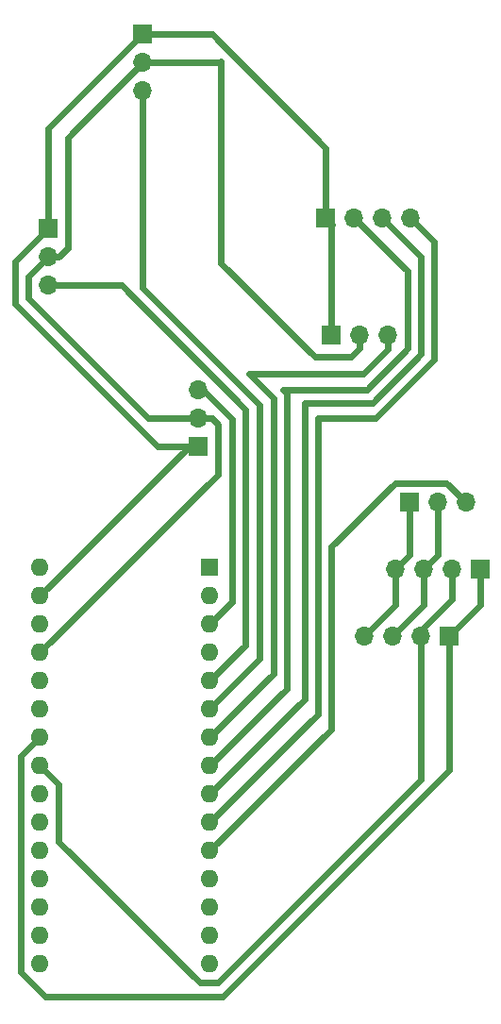
<source format=gbr>
%TF.GenerationSoftware,KiCad,Pcbnew,8.0.3*%
%TF.CreationDate,2025-02-21T17:53:16+03:00*%
%TF.ProjectId,scheme,73636865-6d65-42e6-9b69-6361645f7063,rev?*%
%TF.SameCoordinates,Original*%
%TF.FileFunction,Copper,L1,Top*%
%TF.FilePolarity,Positive*%
%FSLAX46Y46*%
G04 Gerber Fmt 4.6, Leading zero omitted, Abs format (unit mm)*
G04 Created by KiCad (PCBNEW 8.0.3) date 2025-02-21 17:53:16*
%MOMM*%
%LPD*%
G01*
G04 APERTURE LIST*
%TA.AperFunction,ComponentPad*%
%ADD10O,1.700000X1.700000*%
%TD*%
%TA.AperFunction,ComponentPad*%
%ADD11R,1.700000X1.700000*%
%TD*%
%TA.AperFunction,ComponentPad*%
%ADD12R,1.600000X1.600000*%
%TD*%
%TA.AperFunction,ComponentPad*%
%ADD13O,1.600000X1.600000*%
%TD*%
%TA.AperFunction,Conductor*%
%ADD14C,0.600000*%
%TD*%
%TA.AperFunction,Conductor*%
%ADD15C,0.200000*%
%TD*%
G04 APERTURE END LIST*
D10*
%TO.P,REF\u002A\u002A,GND*%
%TO.N,GND*%
X82380000Y-81000000D03*
%TO.P,REF\u002A\u002A,VCC*%
%TO.N,5V*%
X84920000Y-81000000D03*
%TO.P,REF\u002A\u002A,SDA*%
%TO.N,A4_SDA*%
X87460000Y-81000000D03*
D11*
%TO.P,REF\u002A\u002A,SCL*%
%TO.N,A5_SCL*%
X90000000Y-81000000D03*
%TD*%
%TO.P,REF\u002A\u002A,GND*%
%TO.N,GND*%
X78920000Y-43475000D03*
D10*
%TO.P,REF\u002A\u002A,R*%
%TO.N,R*%
X81460000Y-43475000D03*
%TO.P,REF\u002A\u002A,G*%
%TO.N,G*%
X84000000Y-43475000D03*
%TO.P,REF\u002A\u002A,B*%
%TO.N,B*%
X86540000Y-43475000D03*
%TD*%
D11*
%TO.P,REF\u002A\u002A,GND*%
%TO.N,GND*%
X79435000Y-53975000D03*
D10*
%TO.P,REF\u002A\u002A,VCC*%
%TO.N,5V*%
X81975000Y-53975000D03*
%TO.P,REF\u002A\u002A,S*%
%TO.N,Hum*%
X84515000Y-53975000D03*
%TD*%
%TO.P,REF\u002A\u002A,S*%
%TO.N,Noise*%
X91500000Y-69000000D03*
%TO.P,REF\u002A\u002A,VCC*%
%TO.N,5V*%
X88960000Y-69000000D03*
D11*
%TO.P,REF\u002A\u002A,GND*%
%TO.N,GND*%
X86420000Y-69000000D03*
%TD*%
D10*
%TO.P,REF\u002A\u002A,S*%
%TO.N,MOSFET*%
X62500000Y-32055000D03*
%TO.P,REF\u002A\u002A,VCC*%
%TO.N,5V*%
X62500000Y-29515000D03*
D11*
%TO.P,REF\u002A\u002A,GND*%
%TO.N,GND*%
X62500000Y-26975000D03*
%TD*%
%TO.P,REF\u002A\u002A,GND*%
%TO.N,GND*%
X67500000Y-64000000D03*
D10*
%TO.P,REF\u002A\u002A,VCC*%
%TO.N,5V*%
X67500000Y-61460000D03*
%TO.P,REF\u002A\u002A,S*%
%TO.N,RESET*%
X67500000Y-58920000D03*
%TD*%
D11*
%TO.P,REF\u002A\u002A,GND*%
%TO.N,GND*%
X54000000Y-44450000D03*
D10*
%TO.P,REF\u002A\u002A,VCC*%
%TO.N,5V*%
X54000000Y-46990000D03*
%TO.P,REF\u002A\u002A,S*%
%TO.N,BUTTON*%
X54000000Y-49530000D03*
%TD*%
D12*
%TO.P,REF\u002A\u002A,1*%
%TO.N,N/C*%
X68500000Y-74855000D03*
D13*
%TO.P,REF\u002A\u002A,2*%
X68500000Y-77395000D03*
%TO.P,REF\u002A\u002A,5V*%
%TO.N,5V*%
X53260000Y-82475000D03*
%TO.P,REF\u002A\u002A,15*%
%TO.N,N/C*%
X68500000Y-110415000D03*
%TO.P,REF\u002A\u002A,16*%
X53260000Y-110415000D03*
%TO.P,REF\u002A\u002A,17*%
X53260000Y-107875000D03*
%TO.P,REF\u002A\u002A,18*%
X53260000Y-105335000D03*
%TO.P,REF\u002A\u002A,A0*%
X53260000Y-102795000D03*
%TO.P,REF\u002A\u002A,A1*%
X53260000Y-100255000D03*
%TO.P,REF\u002A\u002A,A2*%
X53260000Y-97715000D03*
%TO.P,REF\u002A\u002A,A3*%
X53260000Y-95175000D03*
%TO.P,REF\u002A\u002A,A4*%
%TO.N,A4_SDA*%
X53260000Y-92635000D03*
%TO.P,REF\u002A\u002A,A5*%
%TO.N,A5_SCL*%
X53260000Y-90095000D03*
%TO.P,REF\u002A\u002A,A6*%
%TO.N,N/C*%
X53260000Y-87555000D03*
%TO.P,REF\u002A\u002A,A7*%
X53260000Y-85015000D03*
%TO.P,REF\u002A\u002A,D2*%
%TO.N,BUTTON*%
X68500000Y-85015000D03*
%TO.P,REF\u002A\u002A,D3*%
%TO.N,MOSFET*%
X68500000Y-87555000D03*
%TO.P,REF\u002A\u002A,D4*%
%TO.N,Hum*%
X68500000Y-90095000D03*
%TO.P,REF\u002A\u002A,D5*%
%TO.N,R*%
X68500000Y-92635000D03*
%TO.P,REF\u002A\u002A,D6*%
%TO.N,G*%
X68500000Y-95175000D03*
%TO.P,REF\u002A\u002A,D7*%
%TO.N,B*%
X68500000Y-97715000D03*
%TO.P,REF\u002A\u002A,D8*%
%TO.N,Noise*%
X68500000Y-100255000D03*
%TO.P,REF\u002A\u002A,D9*%
%TO.N,D9_Noise*%
X68500000Y-102795000D03*
%TO.P,REF\u002A\u002A,D10*%
%TO.N,N/C*%
X68500000Y-105335000D03*
%TO.P,REF\u002A\u002A,D11*%
X68500000Y-107875000D03*
%TO.P,REF\u002A\u002A,GND*%
%TO.N,GND*%
X68500000Y-82475000D03*
X53260000Y-77395000D03*
%TO.P,REF\u002A\u002A,RST*%
%TO.N,RESET*%
X68500000Y-79935000D03*
%TO.N,N/C*%
X53260000Y-79935000D03*
%TO.P,REF\u002A\u002A,VIN*%
%TO.N,ARDUINO_VIN*%
X53260000Y-74855000D03*
%TD*%
D10*
%TO.P,REF\u002A\u002A,GND*%
%TO.N,GND*%
X85140000Y-75000000D03*
%TO.P,REF\u002A\u002A,VCC*%
%TO.N,5V*%
X87680000Y-75000000D03*
%TO.P,REF\u002A\u002A,SDA*%
%TO.N,A4_SDA*%
X90220000Y-75000000D03*
D11*
%TO.P,REF\u002A\u002A,SCL*%
%TO.N,A5_SCL*%
X92760000Y-75000000D03*
%TD*%
D14*
%TO.N,Noise*%
X79400000Y-73000000D02*
X79400000Y-89355000D01*
X79400000Y-89355000D02*
X68500000Y-100255000D01*
X85150000Y-67250000D02*
X79400000Y-73000000D01*
X91500000Y-69000000D02*
X89750000Y-67250000D01*
X89750000Y-67250000D02*
X85150000Y-67250000D01*
%TO.N,A5_SCL*%
X51560000Y-91795000D02*
X53260000Y-90095000D01*
X69701220Y-113315000D02*
X53755836Y-113315000D01*
X53755836Y-113315000D02*
X51560000Y-111119164D01*
X51560000Y-111119164D02*
X51560000Y-91795000D01*
X90000000Y-93016220D02*
X69701220Y-113315000D01*
X90000000Y-81000000D02*
X90000000Y-93016220D01*
%TO.N,A4_SDA*%
X54960000Y-94335000D02*
X53260000Y-92635000D01*
X67640000Y-112115000D02*
X54960000Y-99435000D01*
X69204164Y-112115000D02*
X67640000Y-112115000D01*
X87460000Y-93859164D02*
X69204164Y-112115000D01*
X87460000Y-81000000D02*
X87460000Y-93859164D01*
X54960000Y-99435000D02*
X54960000Y-94335000D01*
%TO.N,A5_SCL*%
X92760000Y-78240000D02*
X90000000Y-81000000D01*
X92760000Y-75000000D02*
X92760000Y-78240000D01*
%TO.N,A4_SDA*%
X87460000Y-80480000D02*
X87460000Y-81000000D01*
X90220000Y-77720000D02*
X87460000Y-80480000D01*
X90220000Y-75000000D02*
X90220000Y-77720000D01*
%TO.N,5V*%
X87680000Y-78240000D02*
X84920000Y-81000000D01*
X87680000Y-75000000D02*
X87680000Y-78240000D01*
X88960000Y-73720000D02*
X87680000Y-75000000D01*
X88960000Y-69000000D02*
X88960000Y-73720000D01*
%TO.N,GND*%
X85140000Y-78240000D02*
X82380000Y-81000000D01*
X85140000Y-75000000D02*
X85140000Y-78240000D01*
X86420000Y-73720000D02*
X85140000Y-75000000D01*
X86420000Y-69000000D02*
X86420000Y-73720000D01*
X79435000Y-43990000D02*
X79435000Y-53975000D01*
X78920000Y-43475000D02*
X79435000Y-43990000D01*
X79500000Y-53910000D02*
X79435000Y-53975000D01*
X78920000Y-43475000D02*
X79500000Y-44055000D01*
%TO.N,B*%
X78200000Y-88015000D02*
X68500000Y-97715000D01*
X83394112Y-61475000D02*
X78200000Y-61475000D01*
X78200000Y-61475000D02*
X78200000Y-88015000D01*
X88665000Y-56204112D02*
X83394112Y-61475000D01*
X88665000Y-45600000D02*
X88665000Y-56204112D01*
X86540000Y-43475000D02*
X88665000Y-45600000D01*
%TO.N,G*%
X77000000Y-86675000D02*
X68500000Y-95175000D01*
X83095584Y-60076472D02*
X77000000Y-60076472D01*
X77000000Y-60076472D02*
X77000000Y-86675000D01*
X87465000Y-55707056D02*
X83095584Y-60076472D01*
X87465000Y-46940000D02*
X87465000Y-55707056D01*
X84000000Y-43475000D02*
X87465000Y-46940000D01*
%TO.N,R*%
X75400000Y-59177944D02*
X75400000Y-85735000D01*
X75098528Y-58876472D02*
X75400000Y-59177944D01*
X82598528Y-58876472D02*
X75098528Y-58876472D01*
X75400000Y-85735000D02*
X68500000Y-92635000D01*
X86265000Y-55210000D02*
X82598528Y-58876472D01*
X86265000Y-48280000D02*
X86265000Y-55210000D01*
X81460000Y-43475000D02*
X86265000Y-48280000D01*
%TO.N,Hum*%
X74200000Y-84395000D02*
X68500000Y-90095000D01*
X72000000Y-57475000D02*
X74200000Y-59675000D01*
X82302944Y-57475000D02*
X72000000Y-57475000D01*
X84515000Y-55262944D02*
X82302944Y-57475000D01*
X74200000Y-59675000D02*
X74200000Y-84395000D01*
X84515000Y-53975000D02*
X84515000Y-55262944D01*
%TO.N,MOSFET*%
X73000000Y-83055000D02*
X68500000Y-87555000D01*
X62500000Y-49748070D02*
X73000000Y-60248070D01*
X73000000Y-60248070D02*
X73000000Y-83055000D01*
X62500000Y-32055000D02*
X62500000Y-49748070D01*
%TO.N,BUTTON*%
X71700000Y-81815000D02*
X68500000Y-85015000D01*
X60584874Y-49530000D02*
X71700000Y-60645126D01*
X71700000Y-60645126D02*
X71700000Y-81815000D01*
X54000000Y-49530000D02*
X60584874Y-49530000D01*
%TO.N,RESET*%
X70500000Y-77935000D02*
X68500000Y-79935000D01*
X70500000Y-61560863D02*
X70500000Y-77935000D01*
X67500000Y-58985126D02*
X67924263Y-58985126D01*
X67924263Y-58985126D02*
X70500000Y-61560863D01*
X67500000Y-58920000D02*
X67500000Y-58985126D01*
%TO.N,GND*%
X67500000Y-64000000D02*
X66655000Y-64000000D01*
X66655000Y-64000000D02*
X53260000Y-77395000D01*
%TO.N,5V*%
X69250000Y-66485000D02*
X53260000Y-82475000D01*
X69250000Y-62007919D02*
X69250000Y-66485000D01*
X68702081Y-61460000D02*
X69250000Y-62007919D01*
X67500000Y-61460000D02*
X68702081Y-61460000D01*
%TO.N,GND*%
X51050000Y-51222056D02*
X63827944Y-64000000D01*
X51050000Y-47400000D02*
X51050000Y-51222056D01*
X63827944Y-64000000D02*
X67500000Y-64000000D01*
X54000000Y-44450000D02*
X51050000Y-47400000D01*
%TO.N,5V*%
X62985000Y-61460000D02*
X67500000Y-61460000D01*
X52250000Y-50725000D02*
X62985000Y-61460000D01*
X52250000Y-48740000D02*
X52250000Y-50725000D01*
X54000000Y-46990000D02*
X52250000Y-48740000D01*
X54960000Y-46990000D02*
X54000000Y-46990000D01*
X62500000Y-29515000D02*
X55750000Y-36265000D01*
X55750000Y-36265000D02*
X55750000Y-46200000D01*
X55750000Y-46200000D02*
X54960000Y-46990000D01*
%TO.N,GND*%
X54000000Y-35475000D02*
X62500000Y-26975000D01*
X54000000Y-44450000D02*
X54000000Y-35475000D01*
X78920000Y-37197944D02*
X68697056Y-26975000D01*
X78920000Y-43475000D02*
X78920000Y-37197944D01*
X68697056Y-26975000D02*
X62500000Y-26975000D01*
%TO.N,5V*%
X77935000Y-55975000D02*
X69500000Y-47540000D01*
X69460000Y-29515000D02*
X62500000Y-29515000D01*
X69500000Y-47540000D02*
X69500000Y-29475000D01*
X81177081Y-55975000D02*
X77935000Y-55975000D01*
X81975000Y-55177081D02*
X81177081Y-55975000D01*
X69500000Y-29475000D02*
X69460000Y-29515000D01*
X81975000Y-53975000D02*
X81975000Y-55177081D01*
D15*
%TO.N,GND*%
X62500000Y-26975000D02*
X62500000Y-27055000D01*
X79435000Y-54450000D02*
X79380000Y-54505000D01*
X79435000Y-53975000D02*
X79435000Y-54450000D01*
%TD*%
M02*

</source>
